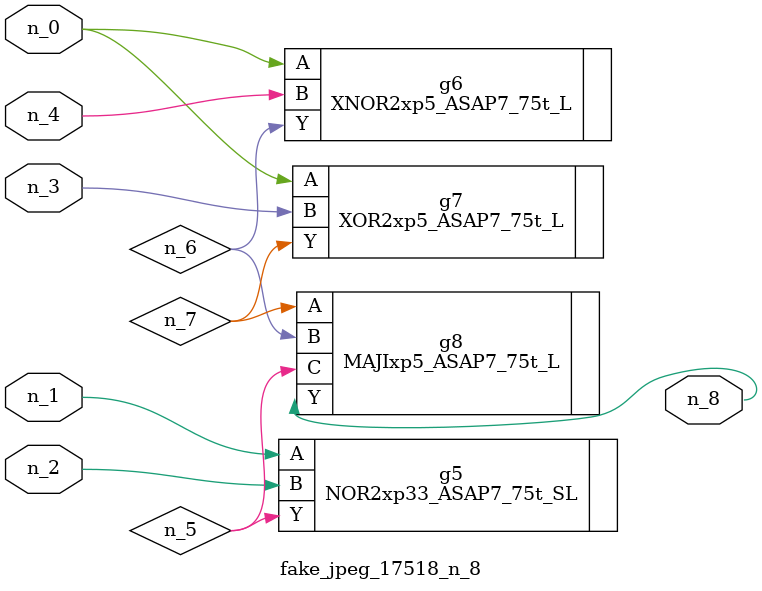
<source format=v>
module fake_jpeg_17518_n_8 (n_3, n_2, n_1, n_0, n_4, n_8);

input n_3;
input n_2;
input n_1;
input n_0;
input n_4;

output n_8;

wire n_6;
wire n_5;
wire n_7;

NOR2xp33_ASAP7_75t_SL g5 ( 
.A(n_1),
.B(n_2),
.Y(n_5)
);

XNOR2xp5_ASAP7_75t_L g6 ( 
.A(n_0),
.B(n_4),
.Y(n_6)
);

XOR2xp5_ASAP7_75t_L g7 ( 
.A(n_0),
.B(n_3),
.Y(n_7)
);

MAJIxp5_ASAP7_75t_L g8 ( 
.A(n_7),
.B(n_6),
.C(n_5),
.Y(n_8)
);


endmodule
</source>
